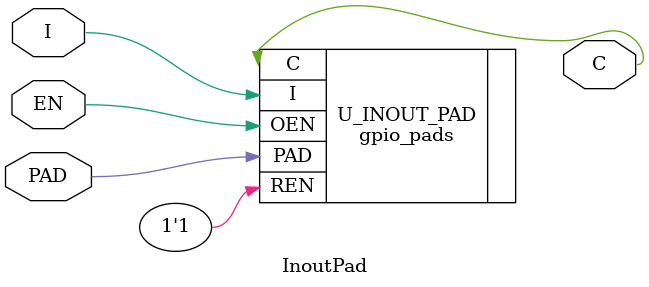
<source format=v>


module InoutPad (PAD,EN,I,C);
inout  PAD;
input  EN;
input  I;
output C;

wire   PAD;

gpio_pads U_INOUT_PAD (
                                 .I(I), 
                                 .OEN(EN), 
                                 .PAD(PAD), 
                                 .C(C), 
                                 .REN(1'b1)

);

endmodule


</source>
